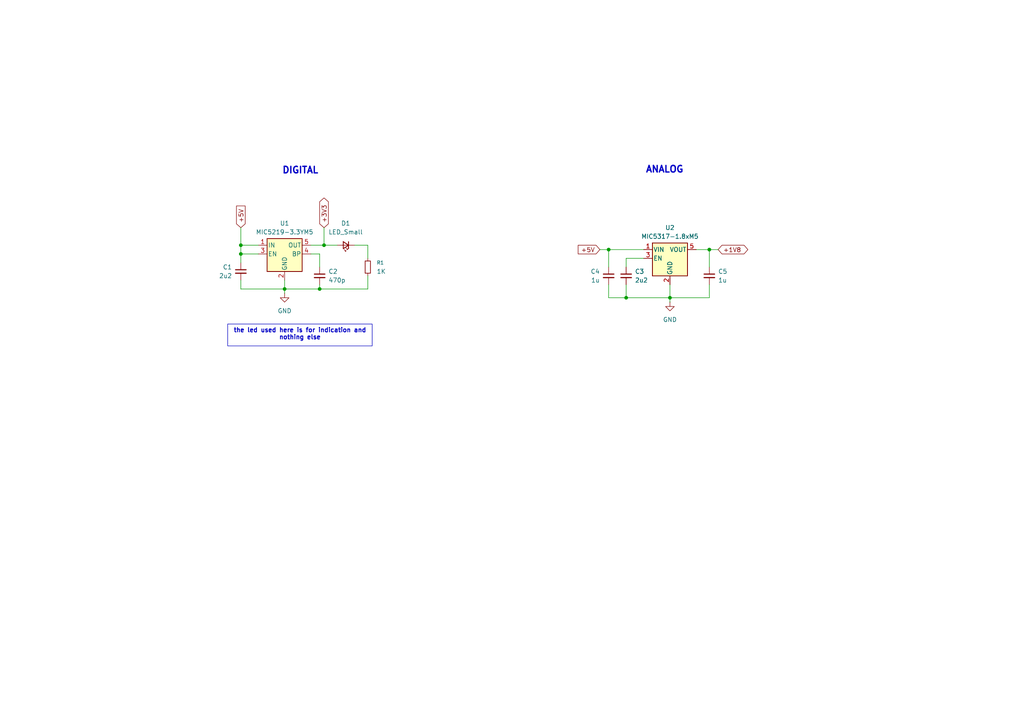
<source format=kicad_sch>
(kicad_sch
	(version 20250114)
	(generator "eeschema")
	(generator_version "9.0")
	(uuid "c12d951f-bdd1-4dca-acbb-3e229e9a59fa")
	(paper "A4")
	(lib_symbols
		(symbol "Device:C_Small"
			(pin_numbers
				(hide yes)
			)
			(pin_names
				(offset 0.254)
				(hide yes)
			)
			(exclude_from_sim no)
			(in_bom yes)
			(on_board yes)
			(property "Reference" "C"
				(at 0.254 1.778 0)
				(effects
					(font
						(size 1.27 1.27)
					)
					(justify left)
				)
			)
			(property "Value" "C_Small"
				(at 0.254 -2.032 0)
				(effects
					(font
						(size 1.27 1.27)
					)
					(justify left)
				)
			)
			(property "Footprint" ""
				(at 0 0 0)
				(effects
					(font
						(size 1.27 1.27)
					)
					(hide yes)
				)
			)
			(property "Datasheet" "~"
				(at 0 0 0)
				(effects
					(font
						(size 1.27 1.27)
					)
					(hide yes)
				)
			)
			(property "Description" "Unpolarized capacitor, small symbol"
				(at 0 0 0)
				(effects
					(font
						(size 1.27 1.27)
					)
					(hide yes)
				)
			)
			(property "ki_keywords" "capacitor cap"
				(at 0 0 0)
				(effects
					(font
						(size 1.27 1.27)
					)
					(hide yes)
				)
			)
			(property "ki_fp_filters" "C_*"
				(at 0 0 0)
				(effects
					(font
						(size 1.27 1.27)
					)
					(hide yes)
				)
			)
			(symbol "C_Small_0_1"
				(polyline
					(pts
						(xy -1.524 0.508) (xy 1.524 0.508)
					)
					(stroke
						(width 0.3048)
						(type default)
					)
					(fill
						(type none)
					)
				)
				(polyline
					(pts
						(xy -1.524 -0.508) (xy 1.524 -0.508)
					)
					(stroke
						(width 0.3302)
						(type default)
					)
					(fill
						(type none)
					)
				)
			)
			(symbol "C_Small_1_1"
				(pin passive line
					(at 0 2.54 270)
					(length 2.032)
					(name "~"
						(effects
							(font
								(size 1.27 1.27)
							)
						)
					)
					(number "1"
						(effects
							(font
								(size 1.27 1.27)
							)
						)
					)
				)
				(pin passive line
					(at 0 -2.54 90)
					(length 2.032)
					(name "~"
						(effects
							(font
								(size 1.27 1.27)
							)
						)
					)
					(number "2"
						(effects
							(font
								(size 1.27 1.27)
							)
						)
					)
				)
			)
			(embedded_fonts no)
		)
		(symbol "Device:LED_Small"
			(pin_numbers
				(hide yes)
			)
			(pin_names
				(offset 0.254)
				(hide yes)
			)
			(exclude_from_sim no)
			(in_bom yes)
			(on_board yes)
			(property "Reference" "D"
				(at -1.27 3.175 0)
				(effects
					(font
						(size 1.27 1.27)
					)
					(justify left)
				)
			)
			(property "Value" "LED_Small"
				(at -4.445 -2.54 0)
				(effects
					(font
						(size 1.27 1.27)
					)
					(justify left)
				)
			)
			(property "Footprint" ""
				(at 0 0 90)
				(effects
					(font
						(size 1.27 1.27)
					)
					(hide yes)
				)
			)
			(property "Datasheet" "~"
				(at 0 0 90)
				(effects
					(font
						(size 1.27 1.27)
					)
					(hide yes)
				)
			)
			(property "Description" "Light emitting diode, small symbol"
				(at 0 0 0)
				(effects
					(font
						(size 1.27 1.27)
					)
					(hide yes)
				)
			)
			(property "Sim.Pin" "1=K 2=A"
				(at 0 0 0)
				(effects
					(font
						(size 1.27 1.27)
					)
					(hide yes)
				)
			)
			(property "ki_keywords" "LED diode light-emitting-diode"
				(at 0 0 0)
				(effects
					(font
						(size 1.27 1.27)
					)
					(hide yes)
				)
			)
			(property "ki_fp_filters" "LED* LED_SMD:* LED_THT:*"
				(at 0 0 0)
				(effects
					(font
						(size 1.27 1.27)
					)
					(hide yes)
				)
			)
			(symbol "LED_Small_0_1"
				(polyline
					(pts
						(xy -0.762 -1.016) (xy -0.762 1.016)
					)
					(stroke
						(width 0.254)
						(type default)
					)
					(fill
						(type none)
					)
				)
				(polyline
					(pts
						(xy 0 0.762) (xy -0.508 1.27) (xy -0.254 1.27) (xy -0.508 1.27) (xy -0.508 1.016)
					)
					(stroke
						(width 0)
						(type default)
					)
					(fill
						(type none)
					)
				)
				(polyline
					(pts
						(xy 0.508 1.27) (xy 0 1.778) (xy 0.254 1.778) (xy 0 1.778) (xy 0 1.524)
					)
					(stroke
						(width 0)
						(type default)
					)
					(fill
						(type none)
					)
				)
				(polyline
					(pts
						(xy 0.762 -1.016) (xy -0.762 0) (xy 0.762 1.016) (xy 0.762 -1.016)
					)
					(stroke
						(width 0.254)
						(type default)
					)
					(fill
						(type none)
					)
				)
				(polyline
					(pts
						(xy 1.016 0) (xy -0.762 0)
					)
					(stroke
						(width 0)
						(type default)
					)
					(fill
						(type none)
					)
				)
			)
			(symbol "LED_Small_1_1"
				(pin passive line
					(at -2.54 0 0)
					(length 1.778)
					(name "K"
						(effects
							(font
								(size 1.27 1.27)
							)
						)
					)
					(number "1"
						(effects
							(font
								(size 1.27 1.27)
							)
						)
					)
				)
				(pin passive line
					(at 2.54 0 180)
					(length 1.778)
					(name "A"
						(effects
							(font
								(size 1.27 1.27)
							)
						)
					)
					(number "2"
						(effects
							(font
								(size 1.27 1.27)
							)
						)
					)
				)
			)
			(embedded_fonts no)
		)
		(symbol "Device:R_Small"
			(pin_numbers
				(hide yes)
			)
			(pin_names
				(offset 0.254)
				(hide yes)
			)
			(exclude_from_sim no)
			(in_bom yes)
			(on_board yes)
			(property "Reference" "R"
				(at 0 0 90)
				(effects
					(font
						(size 1.016 1.016)
					)
				)
			)
			(property "Value" "R_Small"
				(at 1.778 0 90)
				(effects
					(font
						(size 1.27 1.27)
					)
				)
			)
			(property "Footprint" ""
				(at 0 0 0)
				(effects
					(font
						(size 1.27 1.27)
					)
					(hide yes)
				)
			)
			(property "Datasheet" "~"
				(at 0 0 0)
				(effects
					(font
						(size 1.27 1.27)
					)
					(hide yes)
				)
			)
			(property "Description" "Resistor, small symbol"
				(at 0 0 0)
				(effects
					(font
						(size 1.27 1.27)
					)
					(hide yes)
				)
			)
			(property "ki_keywords" "R resistor"
				(at 0 0 0)
				(effects
					(font
						(size 1.27 1.27)
					)
					(hide yes)
				)
			)
			(property "ki_fp_filters" "R_*"
				(at 0 0 0)
				(effects
					(font
						(size 1.27 1.27)
					)
					(hide yes)
				)
			)
			(symbol "R_Small_0_1"
				(rectangle
					(start -0.762 1.778)
					(end 0.762 -1.778)
					(stroke
						(width 0.2032)
						(type default)
					)
					(fill
						(type none)
					)
				)
			)
			(symbol "R_Small_1_1"
				(pin passive line
					(at 0 2.54 270)
					(length 0.762)
					(name "~"
						(effects
							(font
								(size 1.27 1.27)
							)
						)
					)
					(number "1"
						(effects
							(font
								(size 1.27 1.27)
							)
						)
					)
				)
				(pin passive line
					(at 0 -2.54 90)
					(length 0.762)
					(name "~"
						(effects
							(font
								(size 1.27 1.27)
							)
						)
					)
					(number "2"
						(effects
							(font
								(size 1.27 1.27)
							)
						)
					)
				)
			)
			(embedded_fonts no)
		)
		(symbol "Regulator_Linear:MIC5219-3.3YM5"
			(pin_names
				(offset 0.254)
			)
			(exclude_from_sim no)
			(in_bom yes)
			(on_board yes)
			(property "Reference" "U"
				(at -3.81 5.715 0)
				(effects
					(font
						(size 1.27 1.27)
					)
				)
			)
			(property "Value" "MIC5219-3.3YM5"
				(at 0 5.715 0)
				(effects
					(font
						(size 1.27 1.27)
					)
					(justify left)
				)
			)
			(property "Footprint" "Package_TO_SOT_SMD:SOT-23-5"
				(at 0 8.255 0)
				(effects
					(font
						(size 1.27 1.27)
					)
					(hide yes)
				)
			)
			(property "Datasheet" "http://ww1.microchip.com/downloads/en/DeviceDoc/MIC5219-500mA-Peak-Output-LDO-Regulator-DS20006021A.pdf"
				(at 0 0 0)
				(effects
					(font
						(size 1.27 1.27)
					)
					(hide yes)
				)
			)
			(property "Description" "500mA low dropout linear regulator, fixed 3.3V output, SOT-23-5"
				(at 0 0 0)
				(effects
					(font
						(size 1.27 1.27)
					)
					(hide yes)
				)
			)
			(property "ki_keywords" "500mA ultra-low-noise LDO linear voltage regulator fixed positive"
				(at 0 0 0)
				(effects
					(font
						(size 1.27 1.27)
					)
					(hide yes)
				)
			)
			(property "ki_fp_filters" "SOT?23*"
				(at 0 0 0)
				(effects
					(font
						(size 1.27 1.27)
					)
					(hide yes)
				)
			)
			(symbol "MIC5219-3.3YM5_0_1"
				(rectangle
					(start -5.08 4.445)
					(end 5.08 -5.08)
					(stroke
						(width 0.254)
						(type default)
					)
					(fill
						(type background)
					)
				)
			)
			(symbol "MIC5219-3.3YM5_1_1"
				(pin power_in line
					(at -7.62 2.54 0)
					(length 2.54)
					(name "IN"
						(effects
							(font
								(size 1.27 1.27)
							)
						)
					)
					(number "1"
						(effects
							(font
								(size 1.27 1.27)
							)
						)
					)
				)
				(pin input line
					(at -7.62 0 0)
					(length 2.54)
					(name "EN"
						(effects
							(font
								(size 1.27 1.27)
							)
						)
					)
					(number "3"
						(effects
							(font
								(size 1.27 1.27)
							)
						)
					)
				)
				(pin power_in line
					(at 0 -7.62 90)
					(length 2.54)
					(name "GND"
						(effects
							(font
								(size 1.27 1.27)
							)
						)
					)
					(number "2"
						(effects
							(font
								(size 1.27 1.27)
							)
						)
					)
				)
				(pin power_out line
					(at 7.62 2.54 180)
					(length 2.54)
					(name "OUT"
						(effects
							(font
								(size 1.27 1.27)
							)
						)
					)
					(number "5"
						(effects
							(font
								(size 1.27 1.27)
							)
						)
					)
				)
				(pin input line
					(at 7.62 0 180)
					(length 2.54)
					(name "BP"
						(effects
							(font
								(size 1.27 1.27)
							)
						)
					)
					(number "4"
						(effects
							(font
								(size 1.27 1.27)
							)
						)
					)
				)
			)
			(embedded_fonts no)
		)
		(symbol "Regulator_Linear:MIC5317-1.8xM5"
			(pin_names
				(offset 0.254)
			)
			(exclude_from_sim no)
			(in_bom yes)
			(on_board yes)
			(property "Reference" "U"
				(at -6.35 6.35 0)
				(effects
					(font
						(size 1.27 1.27)
					)
				)
			)
			(property "Value" "MIC5317-1.8xM5"
				(at 0 6.35 0)
				(effects
					(font
						(size 1.27 1.27)
					)
					(justify left)
				)
			)
			(property "Footprint" "Package_TO_SOT_SMD:SOT-23-5"
				(at 0 8.89 0)
				(effects
					(font
						(size 1.27 1.27)
					)
					(hide yes)
				)
			)
			(property "Datasheet" "https://ww1.microchip.com/downloads/aemDocuments/documents/OTH/ProductDocuments/DataSheets/MIC5317-High-Performance-Single-150mA-LDO-DS20006195B.pdf"
				(at -7.62 20.32 0)
				(effects
					(font
						(size 1.27 1.27)
					)
					(hide yes)
				)
			)
			(property "Description" "150mA Low-dropout Voltage Regulator, Vout 1.8V, Vin up to 6V, SOT23-5"
				(at 0 0 0)
				(effects
					(font
						(size 1.27 1.27)
					)
					(hide yes)
				)
			)
			(property "ki_keywords" "LDO voltage regulator"
				(at 0 0 0)
				(effects
					(font
						(size 1.27 1.27)
					)
					(hide yes)
				)
			)
			(property "ki_fp_filters" "SOT?23*"
				(at 0 0 0)
				(effects
					(font
						(size 1.27 1.27)
					)
					(hide yes)
				)
			)
			(symbol "MIC5317-1.8xM5_0_1"
				(rectangle
					(start -5.08 4.445)
					(end 5.08 -5.08)
					(stroke
						(width 0.254)
						(type default)
					)
					(fill
						(type background)
					)
				)
			)
			(symbol "MIC5317-1.8xM5_1_1"
				(pin power_in line
					(at -7.62 2.54 0)
					(length 2.54)
					(name "VIN"
						(effects
							(font
								(size 1.27 1.27)
							)
						)
					)
					(number "1"
						(effects
							(font
								(size 1.27 1.27)
							)
						)
					)
				)
				(pin input line
					(at -7.62 0 0)
					(length 2.54)
					(name "EN"
						(effects
							(font
								(size 1.27 1.27)
							)
						)
					)
					(number "3"
						(effects
							(font
								(size 1.27 1.27)
							)
						)
					)
				)
				(pin power_in line
					(at 0 -7.62 90)
					(length 2.54)
					(name "GND"
						(effects
							(font
								(size 1.27 1.27)
							)
						)
					)
					(number "2"
						(effects
							(font
								(size 1.27 1.27)
							)
						)
					)
				)
				(pin no_connect line
					(at 5.08 0 180)
					(length 2.54)
					(hide yes)
					(name "NC"
						(effects
							(font
								(size 1.27 1.27)
							)
						)
					)
					(number "4"
						(effects
							(font
								(size 1.27 1.27)
							)
						)
					)
				)
				(pin power_out line
					(at 7.62 2.54 180)
					(length 2.54)
					(name "VOUT"
						(effects
							(font
								(size 1.27 1.27)
							)
						)
					)
					(number "5"
						(effects
							(font
								(size 1.27 1.27)
							)
						)
					)
				)
			)
			(embedded_fonts no)
		)
		(symbol "power:GND"
			(power)
			(pin_numbers
				(hide yes)
			)
			(pin_names
				(offset 0)
				(hide yes)
			)
			(exclude_from_sim no)
			(in_bom yes)
			(on_board yes)
			(property "Reference" "#PWR"
				(at 0 -6.35 0)
				(effects
					(font
						(size 1.27 1.27)
					)
					(hide yes)
				)
			)
			(property "Value" "GND"
				(at 0 -3.81 0)
				(effects
					(font
						(size 1.27 1.27)
					)
				)
			)
			(property "Footprint" ""
				(at 0 0 0)
				(effects
					(font
						(size 1.27 1.27)
					)
					(hide yes)
				)
			)
			(property "Datasheet" ""
				(at 0 0 0)
				(effects
					(font
						(size 1.27 1.27)
					)
					(hide yes)
				)
			)
			(property "Description" "Power symbol creates a global label with name \"GND\" , ground"
				(at 0 0 0)
				(effects
					(font
						(size 1.27 1.27)
					)
					(hide yes)
				)
			)
			(property "ki_keywords" "global power"
				(at 0 0 0)
				(effects
					(font
						(size 1.27 1.27)
					)
					(hide yes)
				)
			)
			(symbol "GND_0_1"
				(polyline
					(pts
						(xy 0 0) (xy 0 -1.27) (xy 1.27 -1.27) (xy 0 -2.54) (xy -1.27 -1.27) (xy 0 -1.27)
					)
					(stroke
						(width 0)
						(type default)
					)
					(fill
						(type none)
					)
				)
			)
			(symbol "GND_1_1"
				(pin power_in line
					(at 0 0 270)
					(length 0)
					(name "~"
						(effects
							(font
								(size 1.27 1.27)
							)
						)
					)
					(number "1"
						(effects
							(font
								(size 1.27 1.27)
							)
						)
					)
				)
			)
			(embedded_fonts no)
		)
	)
	(text "DIGITAL"
		(exclude_from_sim no)
		(at 87.122 49.53 0)
		(effects
			(font
				(size 1.905 1.905)
				(thickness 0.381)
				(bold yes)
			)
		)
		(uuid "6df9582c-f3fa-4209-99bb-d2f555a4643e")
	)
	(text "ANALOG"
		(exclude_from_sim no)
		(at 192.786 49.276 0)
		(effects
			(font
				(size 1.905 1.905)
				(thickness 0.381)
				(bold yes)
			)
		)
		(uuid "eb629487-55d9-474f-9529-2414e6947ee7")
	)
	(text_box "the led used here is for indication and nothing else"
		(exclude_from_sim no)
		(at 66.04 93.98 0)
		(size 41.91 6.35)
		(margins 0.9525 0.9525 0.9525 0.9525)
		(stroke
			(width 0)
			(type solid)
		)
		(fill
			(type none)
		)
		(effects
			(font
				(size 1.27 1.27)
				(thickness 0.254)
				(bold yes)
			)
			(justify top)
		)
		(uuid "1c089b27-72f0-4c1d-b114-3e7bea6d6dc4")
	)
	(junction
		(at 93.98 71.12)
		(diameter 0)
		(color 0 0 0 0)
		(uuid "0f6d4b03-01ff-4aeb-bcbc-284622063133")
	)
	(junction
		(at 194.31 86.36)
		(diameter 0)
		(color 0 0 0 0)
		(uuid "28b9e617-b015-4038-af5d-b8cb1da60b55")
	)
	(junction
		(at 176.53 72.39)
		(diameter 0)
		(color 0 0 0 0)
		(uuid "2d58b114-b91c-47e4-8b1c-d8814bda4ed3")
	)
	(junction
		(at 92.71 83.82)
		(diameter 0)
		(color 0 0 0 0)
		(uuid "45e38213-bc36-42e5-8138-6ce53eac5d58")
	)
	(junction
		(at 181.61 86.36)
		(diameter 0)
		(color 0 0 0 0)
		(uuid "9e564231-ba90-4aa4-99a6-aa7063c2747c")
	)
	(junction
		(at 82.55 83.82)
		(diameter 0)
		(color 0 0 0 0)
		(uuid "ca2e1ef0-f035-4b4f-9e92-11f5da64e26a")
	)
	(junction
		(at 69.85 73.66)
		(diameter 0)
		(color 0 0 0 0)
		(uuid "ce3dc2a8-20b0-4842-a12e-e217555d1bc4")
	)
	(junction
		(at 69.85 71.12)
		(diameter 0)
		(color 0 0 0 0)
		(uuid "d7675c5a-88e7-45c0-9d95-ce19911632b3")
	)
	(junction
		(at 205.74 72.39)
		(diameter 0)
		(color 0 0 0 0)
		(uuid "dbe3bbad-6c2b-4026-936b-17abc3e97f72")
	)
	(wire
		(pts
			(xy 93.98 71.12) (xy 93.98 66.04)
		)
		(stroke
			(width 0)
			(type default)
		)
		(uuid "0044cfa9-59b7-4e4e-8d78-61cbd07fa767")
	)
	(wire
		(pts
			(xy 69.85 66.04) (xy 69.85 71.12)
		)
		(stroke
			(width 0)
			(type default)
		)
		(uuid "061e9244-ff19-4ccb-9cf4-a39bde1de969")
	)
	(wire
		(pts
			(xy 102.87 71.12) (xy 106.68 71.12)
		)
		(stroke
			(width 0)
			(type default)
		)
		(uuid "0cfc2913-100c-4b1e-86a8-dcd47901bc47")
	)
	(wire
		(pts
			(xy 90.17 71.12) (xy 93.98 71.12)
		)
		(stroke
			(width 0)
			(type default)
		)
		(uuid "0d17137e-43b0-4603-9454-879c29b4ea0e")
	)
	(wire
		(pts
			(xy 176.53 86.36) (xy 181.61 86.36)
		)
		(stroke
			(width 0)
			(type default)
		)
		(uuid "197b3f17-9ce5-4df2-8fa6-a2a6950fe411")
	)
	(wire
		(pts
			(xy 176.53 82.55) (xy 176.53 86.36)
		)
		(stroke
			(width 0)
			(type default)
		)
		(uuid "1ad77f99-bfe7-4676-b0b6-61094cc6d34e")
	)
	(wire
		(pts
			(xy 69.85 73.66) (xy 69.85 76.2)
		)
		(stroke
			(width 0)
			(type default)
		)
		(uuid "1cd974e6-739b-41e6-8708-df8362215728")
	)
	(wire
		(pts
			(xy 69.85 81.28) (xy 69.85 83.82)
		)
		(stroke
			(width 0)
			(type default)
		)
		(uuid "1ff72528-05f0-4a19-8415-f3d2b3963db3")
	)
	(wire
		(pts
			(xy 92.71 82.55) (xy 92.71 83.82)
		)
		(stroke
			(width 0)
			(type default)
		)
		(uuid "23599281-6783-4ac3-a934-990a9272e45a")
	)
	(wire
		(pts
			(xy 201.93 72.39) (xy 205.74 72.39)
		)
		(stroke
			(width 0)
			(type default)
		)
		(uuid "28f128b8-044b-431d-96a0-ebb61a49c5dd")
	)
	(wire
		(pts
			(xy 106.68 80.01) (xy 106.68 83.82)
		)
		(stroke
			(width 0)
			(type default)
		)
		(uuid "5d45698b-6a16-4065-a2df-5f741f55f397")
	)
	(wire
		(pts
			(xy 205.74 86.36) (xy 194.31 86.36)
		)
		(stroke
			(width 0)
			(type default)
		)
		(uuid "5d6349cd-5269-450e-bdd3-21e93d3669ff")
	)
	(wire
		(pts
			(xy 92.71 83.82) (xy 82.55 83.82)
		)
		(stroke
			(width 0)
			(type default)
		)
		(uuid "6058558d-e4b3-4582-9d77-ccc2fb685a4e")
	)
	(wire
		(pts
			(xy 181.61 77.47) (xy 181.61 74.93)
		)
		(stroke
			(width 0)
			(type default)
		)
		(uuid "6745cd8a-d5a5-4ca9-b0c6-98604b087252")
	)
	(wire
		(pts
			(xy 181.61 74.93) (xy 186.69 74.93)
		)
		(stroke
			(width 0)
			(type default)
		)
		(uuid "676006b7-a4db-4103-9069-815c6170a33d")
	)
	(wire
		(pts
			(xy 173.99 72.39) (xy 176.53 72.39)
		)
		(stroke
			(width 0)
			(type default)
		)
		(uuid "68f6fad1-f334-4372-8f99-8aaa63d2a6c9")
	)
	(wire
		(pts
			(xy 176.53 72.39) (xy 186.69 72.39)
		)
		(stroke
			(width 0)
			(type default)
		)
		(uuid "835a8b95-f515-4170-befe-e1aa6ef00535")
	)
	(wire
		(pts
			(xy 92.71 77.47) (xy 92.71 73.66)
		)
		(stroke
			(width 0)
			(type default)
		)
		(uuid "8adfaa04-4824-467d-a912-acf2f081132f")
	)
	(wire
		(pts
			(xy 69.85 71.12) (xy 74.93 71.12)
		)
		(stroke
			(width 0)
			(type default)
		)
		(uuid "8c707da2-4d02-435e-913d-7b7814adf9dd")
	)
	(wire
		(pts
			(xy 82.55 83.82) (xy 82.55 81.28)
		)
		(stroke
			(width 0)
			(type default)
		)
		(uuid "a0a2b194-1bb8-454f-8f4f-41704c275004")
	)
	(wire
		(pts
			(xy 74.93 73.66) (xy 69.85 73.66)
		)
		(stroke
			(width 0)
			(type default)
		)
		(uuid "a8a27c5a-070b-497c-9137-7f2d8c5b8068")
	)
	(wire
		(pts
			(xy 205.74 72.39) (xy 205.74 77.47)
		)
		(stroke
			(width 0)
			(type default)
		)
		(uuid "acc8d22b-d971-473e-afe7-98cd095d4e4d")
	)
	(wire
		(pts
			(xy 194.31 82.55) (xy 194.31 86.36)
		)
		(stroke
			(width 0)
			(type default)
		)
		(uuid "b4df836a-57bd-4c79-ad7c-efdc3129917a")
	)
	(wire
		(pts
			(xy 181.61 82.55) (xy 181.61 86.36)
		)
		(stroke
			(width 0)
			(type default)
		)
		(uuid "b757aa12-20e7-4546-b491-1aeffc3a0545")
	)
	(wire
		(pts
			(xy 181.61 86.36) (xy 194.31 86.36)
		)
		(stroke
			(width 0)
			(type default)
		)
		(uuid "bdf5b6ea-bd0f-430a-942a-d108ac225400")
	)
	(wire
		(pts
			(xy 92.71 73.66) (xy 90.17 73.66)
		)
		(stroke
			(width 0)
			(type default)
		)
		(uuid "bf7f19d1-0cc0-424a-a22b-97a4a0d19fa2")
	)
	(wire
		(pts
			(xy 205.74 82.55) (xy 205.74 86.36)
		)
		(stroke
			(width 0)
			(type default)
		)
		(uuid "bfeff2dc-96c2-455c-bf17-d20c89da252b")
	)
	(wire
		(pts
			(xy 194.31 86.36) (xy 194.31 87.63)
		)
		(stroke
			(width 0)
			(type default)
		)
		(uuid "c44bcd08-4d74-4f49-999e-6d8d3d861baf")
	)
	(wire
		(pts
			(xy 69.85 83.82) (xy 82.55 83.82)
		)
		(stroke
			(width 0)
			(type default)
		)
		(uuid "d9047ef8-707a-4ad3-b474-6579991189e1")
	)
	(wire
		(pts
			(xy 176.53 77.47) (xy 176.53 72.39)
		)
		(stroke
			(width 0)
			(type default)
		)
		(uuid "df819010-ffc1-4725-a2bf-2c1e4945264e")
	)
	(wire
		(pts
			(xy 93.98 71.12) (xy 97.79 71.12)
		)
		(stroke
			(width 0)
			(type default)
		)
		(uuid "e1071bb0-fa53-47df-902c-f5cb6259623c")
	)
	(wire
		(pts
			(xy 69.85 73.66) (xy 69.85 71.12)
		)
		(stroke
			(width 0)
			(type default)
		)
		(uuid "e1a68270-b966-452b-9f6b-1ae09d916851")
	)
	(wire
		(pts
			(xy 82.55 85.09) (xy 82.55 83.82)
		)
		(stroke
			(width 0)
			(type default)
		)
		(uuid "ecac3a13-4a58-404c-a325-f4e8b41dae11")
	)
	(wire
		(pts
			(xy 106.68 71.12) (xy 106.68 74.93)
		)
		(stroke
			(width 0)
			(type default)
		)
		(uuid "f8aa093c-d4ad-424d-b60f-b78347b09220")
	)
	(wire
		(pts
			(xy 205.74 72.39) (xy 208.28 72.39)
		)
		(stroke
			(width 0)
			(type default)
		)
		(uuid "f9f0da5f-adf7-4dfd-ab89-cc2822321a75")
	)
	(wire
		(pts
			(xy 106.68 83.82) (xy 92.71 83.82)
		)
		(stroke
			(width 0)
			(type default)
		)
		(uuid "fd6b9373-4f0c-45c5-946a-c86fa15cf34d")
	)
	(global_label "+5V"
		(shape input)
		(at 173.99 72.39 180)
		(fields_autoplaced yes)
		(effects
			(font
				(size 1.27 1.27)
			)
			(justify right)
		)
		(uuid "0f234e96-aa88-44c8-8e2c-e0e19951db8e")
		(property "Intersheetrefs" "${INTERSHEET_REFS}"
			(at 167.1343 72.39 0)
			(effects
				(font
					(size 1.27 1.27)
				)
				(justify right)
				(hide yes)
			)
		)
	)
	(global_label "+5V"
		(shape input)
		(at 69.85 66.04 90)
		(fields_autoplaced yes)
		(effects
			(font
				(size 1.27 1.27)
			)
			(justify left)
		)
		(uuid "3c70421c-61e7-4600-ac7f-386f1b8a2519")
		(property "Intersheetrefs" "${INTERSHEET_REFS}"
			(at 69.85 59.1843 90)
			(effects
				(font
					(size 1.27 1.27)
				)
				(justify left)
				(hide yes)
			)
		)
	)
	(global_label "+1V8"
		(shape bidirectional)
		(at 208.28 72.39 0)
		(fields_autoplaced yes)
		(effects
			(font
				(size 1.27 1.27)
			)
			(justify left)
		)
		(uuid "845e65ff-c4b8-40f0-b450-bdaeda2a4696")
		(property "Intersheetrefs" "${INTERSHEET_REFS}"
			(at 217.4565 72.39 0)
			(effects
				(font
					(size 1.27 1.27)
				)
				(justify left)
				(hide yes)
			)
		)
	)
	(global_label "+3V3"
		(shape bidirectional)
		(at 93.98 66.04 90)
		(fields_autoplaced yes)
		(effects
			(font
				(size 1.27 1.27)
			)
			(justify left)
		)
		(uuid "f814384b-a6e0-4310-9779-6bb81a23035a")
		(property "Intersheetrefs" "${INTERSHEET_REFS}"
			(at 93.98 56.8635 90)
			(effects
				(font
					(size 1.27 1.27)
				)
				(justify left)
				(hide yes)
			)
		)
	)
	(symbol
		(lib_id "Device:C_Small")
		(at 176.53 80.01 0)
		(unit 1)
		(exclude_from_sim no)
		(in_bom yes)
		(on_board yes)
		(dnp no)
		(uuid "1552fe88-6b5d-4a10-a498-ca07bec16a30")
		(property "Reference" "C4"
			(at 173.99 78.7462 0)
			(effects
				(font
					(size 1.27 1.27)
				)
				(justify right)
			)
		)
		(property "Value" "1u"
			(at 173.99 81.2862 0)
			(effects
				(font
					(size 1.27 1.27)
				)
				(justify right)
			)
		)
		(property "Footprint" ""
			(at 176.53 80.01 0)
			(effects
				(font
					(size 1.27 1.27)
				)
				(hide yes)
			)
		)
		(property "Datasheet" "~"
			(at 176.53 80.01 0)
			(effects
				(font
					(size 1.27 1.27)
				)
				(hide yes)
			)
		)
		(property "Description" "Unpolarized capacitor, small symbol"
			(at 176.53 80.01 0)
			(effects
				(font
					(size 1.27 1.27)
				)
				(hide yes)
			)
		)
		(pin "1"
			(uuid "363bf578-33a1-45ed-8507-da76468b7309")
		)
		(pin "2"
			(uuid "3691d3d7-a511-42c9-949b-b78c7847bfa9")
		)
		(instances
			(project "p4"
				(path "/ca3b715b-947f-441f-84a9-b7e6148b87eb/4207d95a-a3ac-44aa-95ea-bcfb7652cf11"
					(reference "C4")
					(unit 1)
				)
			)
		)
	)
	(symbol
		(lib_id "Device:C_Small")
		(at 92.71 80.01 0)
		(mirror y)
		(unit 1)
		(exclude_from_sim no)
		(in_bom yes)
		(on_board yes)
		(dnp no)
		(uuid "296c7312-dcb2-4bed-861b-44ec7526a617")
		(property "Reference" "C2"
			(at 95.25 78.7462 0)
			(effects
				(font
					(size 1.27 1.27)
				)
				(justify right)
			)
		)
		(property "Value" "470p"
			(at 95.25 81.2862 0)
			(effects
				(font
					(size 1.27 1.27)
				)
				(justify right)
			)
		)
		(property "Footprint" ""
			(at 92.71 80.01 0)
			(effects
				(font
					(size 1.27 1.27)
				)
				(hide yes)
			)
		)
		(property "Datasheet" "~"
			(at 92.71 80.01 0)
			(effects
				(font
					(size 1.27 1.27)
				)
				(hide yes)
			)
		)
		(property "Description" "Unpolarized capacitor, small symbol"
			(at 92.71 80.01 0)
			(effects
				(font
					(size 1.27 1.27)
				)
				(hide yes)
			)
		)
		(pin "1"
			(uuid "fe1694c3-282b-4d2c-8844-1c7d353ce938")
		)
		(pin "2"
			(uuid "04a8135f-c740-4f9d-8e25-4374779380f7")
		)
		(instances
			(project "p4"
				(path "/ca3b715b-947f-441f-84a9-b7e6148b87eb/4207d95a-a3ac-44aa-95ea-bcfb7652cf11"
					(reference "C2")
					(unit 1)
				)
			)
		)
	)
	(symbol
		(lib_id "power:GND")
		(at 82.55 85.09 0)
		(unit 1)
		(exclude_from_sim no)
		(in_bom yes)
		(on_board yes)
		(dnp no)
		(fields_autoplaced yes)
		(uuid "44bc87b0-cebe-4d6c-b13f-417eb1f62d85")
		(property "Reference" "#PWR01"
			(at 82.55 91.44 0)
			(effects
				(font
					(size 1.27 1.27)
				)
				(hide yes)
			)
		)
		(property "Value" "GND"
			(at 82.55 90.17 0)
			(effects
				(font
					(size 1.27 1.27)
				)
			)
		)
		(property "Footprint" ""
			(at 82.55 85.09 0)
			(effects
				(font
					(size 1.27 1.27)
				)
				(hide yes)
			)
		)
		(property "Datasheet" ""
			(at 82.55 85.09 0)
			(effects
				(font
					(size 1.27 1.27)
				)
				(hide yes)
			)
		)
		(property "Description" "Power symbol creates a global label with name \"GND\" , ground"
			(at 82.55 85.09 0)
			(effects
				(font
					(size 1.27 1.27)
				)
				(hide yes)
			)
		)
		(pin "1"
			(uuid "15cae100-da21-4589-9e0b-3dd95c5ce220")
		)
		(instances
			(project "p4"
				(path "/ca3b715b-947f-441f-84a9-b7e6148b87eb/4207d95a-a3ac-44aa-95ea-bcfb7652cf11"
					(reference "#PWR01")
					(unit 1)
				)
			)
		)
	)
	(symbol
		(lib_id "power:GND")
		(at 194.31 87.63 0)
		(unit 1)
		(exclude_from_sim no)
		(in_bom yes)
		(on_board yes)
		(dnp no)
		(fields_autoplaced yes)
		(uuid "5ca317d8-28b9-4d14-9cb4-57b8cbaa7bcc")
		(property "Reference" "#PWR02"
			(at 194.31 93.98 0)
			(effects
				(font
					(size 1.27 1.27)
				)
				(hide yes)
			)
		)
		(property "Value" "GND"
			(at 194.31 92.71 0)
			(effects
				(font
					(size 1.27 1.27)
				)
			)
		)
		(property "Footprint" ""
			(at 194.31 87.63 0)
			(effects
				(font
					(size 1.27 1.27)
				)
				(hide yes)
			)
		)
		(property "Datasheet" ""
			(at 194.31 87.63 0)
			(effects
				(font
					(size 1.27 1.27)
				)
				(hide yes)
			)
		)
		(property "Description" "Power symbol creates a global label with name \"GND\" , ground"
			(at 194.31 87.63 0)
			(effects
				(font
					(size 1.27 1.27)
				)
				(hide yes)
			)
		)
		(pin "1"
			(uuid "0cefbd88-b949-4f99-88ab-d80d0567894a")
		)
		(instances
			(project "p4"
				(path "/ca3b715b-947f-441f-84a9-b7e6148b87eb/4207d95a-a3ac-44aa-95ea-bcfb7652cf11"
					(reference "#PWR02")
					(unit 1)
				)
			)
		)
	)
	(symbol
		(lib_id "Device:C_Small")
		(at 181.61 80.01 0)
		(mirror y)
		(unit 1)
		(exclude_from_sim no)
		(in_bom yes)
		(on_board yes)
		(dnp no)
		(uuid "60cad588-d706-4aae-b1bc-05c0d2f985cc")
		(property "Reference" "C3"
			(at 184.15 78.7462 0)
			(effects
				(font
					(size 1.27 1.27)
				)
				(justify right)
			)
		)
		(property "Value" "2u2"
			(at 184.15 81.2862 0)
			(effects
				(font
					(size 1.27 1.27)
				)
				(justify right)
			)
		)
		(property "Footprint" ""
			(at 181.61 80.01 0)
			(effects
				(font
					(size 1.27 1.27)
				)
				(hide yes)
			)
		)
		(property "Datasheet" "~"
			(at 181.61 80.01 0)
			(effects
				(font
					(size 1.27 1.27)
				)
				(hide yes)
			)
		)
		(property "Description" "Unpolarized capacitor, small symbol"
			(at 181.61 80.01 0)
			(effects
				(font
					(size 1.27 1.27)
				)
				(hide yes)
			)
		)
		(pin "1"
			(uuid "cc84b904-adca-42e3-b098-a42aea642092")
		)
		(pin "2"
			(uuid "6bbe623e-0629-40d7-98a8-5e5dc95237a3")
		)
		(instances
			(project "p4"
				(path "/ca3b715b-947f-441f-84a9-b7e6148b87eb/4207d95a-a3ac-44aa-95ea-bcfb7652cf11"
					(reference "C3")
					(unit 1)
				)
			)
		)
	)
	(symbol
		(lib_id "Regulator_Linear:MIC5219-3.3YM5")
		(at 82.55 73.66 0)
		(unit 1)
		(exclude_from_sim no)
		(in_bom yes)
		(on_board yes)
		(dnp no)
		(fields_autoplaced yes)
		(uuid "6ccbe0e1-05aa-46eb-92dc-fe183e5276d1")
		(property "Reference" "U1"
			(at 82.55 64.77 0)
			(effects
				(font
					(size 1.27 1.27)
				)
			)
		)
		(property "Value" "MIC5219-3.3YM5"
			(at 82.55 67.31 0)
			(effects
				(font
					(size 1.27 1.27)
				)
			)
		)
		(property "Footprint" "Package_TO_SOT_SMD:SOT-23-5"
			(at 82.55 65.405 0)
			(effects
				(font
					(size 1.27 1.27)
				)
				(hide yes)
			)
		)
		(property "Datasheet" "http://ww1.microchip.com/downloads/en/DeviceDoc/MIC5219-500mA-Peak-Output-LDO-Regulator-DS20006021A.pdf"
			(at 82.55 73.66 0)
			(effects
				(font
					(size 1.27 1.27)
				)
				(hide yes)
			)
		)
		(property "Description" "500mA low dropout linear regulator, fixed 3.3V output, SOT-23-5"
			(at 82.55 73.66 0)
			(effects
				(font
					(size 1.27 1.27)
				)
				(hide yes)
			)
		)
		(pin "4"
			(uuid "0c5860fd-cc77-4266-9366-eaa37e3d2489")
		)
		(pin "2"
			(uuid "1207269c-cfe2-4330-b9d8-c0be15eb26f5")
		)
		(pin "3"
			(uuid "64f67cef-5325-41db-881a-f313f2ba70cc")
		)
		(pin "1"
			(uuid "dffae248-d01b-4c9c-b45d-758c06214e6e")
		)
		(pin "5"
			(uuid "8b1d6223-85e9-40fc-87ce-e0c7da10a647")
		)
		(instances
			(project "p4"
				(path "/ca3b715b-947f-441f-84a9-b7e6148b87eb/4207d95a-a3ac-44aa-95ea-bcfb7652cf11"
					(reference "U1")
					(unit 1)
				)
			)
		)
	)
	(symbol
		(lib_id "Device:LED_Small")
		(at 100.33 71.12 180)
		(unit 1)
		(exclude_from_sim no)
		(in_bom yes)
		(on_board yes)
		(dnp no)
		(fields_autoplaced yes)
		(uuid "949eeea7-c5c0-4e87-ad30-6a3ef005f1d1")
		(property "Reference" "D1"
			(at 100.2665 64.77 0)
			(effects
				(font
					(size 1.27 1.27)
				)
			)
		)
		(property "Value" "LED_Small"
			(at 100.2665 67.31 0)
			(effects
				(font
					(size 1.27 1.27)
				)
			)
		)
		(property "Footprint" ""
			(at 100.33 71.12 90)
			(effects
				(font
					(size 1.27 1.27)
				)
				(hide yes)
			)
		)
		(property "Datasheet" "~"
			(at 100.33 71.12 90)
			(effects
				(font
					(size 1.27 1.27)
				)
				(hide yes)
			)
		)
		(property "Description" "Light emitting diode, small symbol"
			(at 100.33 71.12 0)
			(effects
				(font
					(size 1.27 1.27)
				)
				(hide yes)
			)
		)
		(property "Sim.Pin" "1=K 2=A"
			(at 100.33 71.12 0)
			(effects
				(font
					(size 1.27 1.27)
				)
				(hide yes)
			)
		)
		(pin "1"
			(uuid "b7a45ee8-9fa4-4c77-a5ea-ad5b05dbb275")
		)
		(pin "2"
			(uuid "23aa5c67-2b4c-4b68-ac01-faff87a555d4")
		)
		(instances
			(project "p4"
				(path "/ca3b715b-947f-441f-84a9-b7e6148b87eb/4207d95a-a3ac-44aa-95ea-bcfb7652cf11"
					(reference "D1")
					(unit 1)
				)
			)
		)
	)
	(symbol
		(lib_id "Regulator_Linear:MIC5317-1.8xM5")
		(at 194.31 74.93 0)
		(unit 1)
		(exclude_from_sim no)
		(in_bom yes)
		(on_board yes)
		(dnp no)
		(fields_autoplaced yes)
		(uuid "98cff111-fe67-4687-b373-6bb2f16b336c")
		(property "Reference" "U2"
			(at 194.31 66.04 0)
			(effects
				(font
					(size 1.27 1.27)
				)
			)
		)
		(property "Value" "MIC5317-1.8xM5"
			(at 194.31 68.58 0)
			(effects
				(font
					(size 1.27 1.27)
				)
			)
		)
		(property "Footprint" "Package_TO_SOT_SMD:SOT-23-5"
			(at 194.31 66.04 0)
			(effects
				(font
					(size 1.27 1.27)
				)
				(hide yes)
			)
		)
		(property "Datasheet" "https://ww1.microchip.com/downloads/aemDocuments/documents/OTH/ProductDocuments/DataSheets/MIC5317-High-Performance-Single-150mA-LDO-DS20006195B.pdf"
			(at 186.69 54.61 0)
			(effects
				(font
					(size 1.27 1.27)
				)
				(hide yes)
			)
		)
		(property "Description" "150mA Low-dropout Voltage Regulator, Vout 1.8V, Vin up to 6V, SOT23-5"
			(at 194.31 74.93 0)
			(effects
				(font
					(size 1.27 1.27)
				)
				(hide yes)
			)
		)
		(pin "5"
			(uuid "7cab503b-1110-40d8-8944-eab0e284312d")
		)
		(pin "3"
			(uuid "e0333a76-eb64-425e-978a-44afde37bd73")
		)
		(pin "2"
			(uuid "ebc9d2fb-d82c-44b0-9943-5d64ba45abe6")
		)
		(pin "1"
			(uuid "e9fc35b8-f2a9-496f-999b-c07b1638a88e")
		)
		(pin "4"
			(uuid "c91a80bd-6c6a-44fb-b0fe-cb4341585d10")
		)
		(instances
			(project "p4"
				(path "/ca3b715b-947f-441f-84a9-b7e6148b87eb/4207d95a-a3ac-44aa-95ea-bcfb7652cf11"
					(reference "U2")
					(unit 1)
				)
			)
		)
	)
	(symbol
		(lib_id "Device:C_Small")
		(at 69.85 78.74 0)
		(unit 1)
		(exclude_from_sim no)
		(in_bom yes)
		(on_board yes)
		(dnp no)
		(uuid "bd3d428c-1071-4055-8c74-9635cbf35bfc")
		(property "Reference" "C1"
			(at 67.31 77.4762 0)
			(effects
				(font
					(size 1.27 1.27)
				)
				(justify right)
			)
		)
		(property "Value" "2u2"
			(at 67.31 80.0162 0)
			(effects
				(font
					(size 1.27 1.27)
				)
				(justify right)
			)
		)
		(property "Footprint" ""
			(at 69.85 78.74 0)
			(effects
				(font
					(size 1.27 1.27)
				)
				(hide yes)
			)
		)
		(property "Datasheet" "~"
			(at 69.85 78.74 0)
			(effects
				(font
					(size 1.27 1.27)
				)
				(hide yes)
			)
		)
		(property "Description" "Unpolarized capacitor, small symbol"
			(at 69.85 78.74 0)
			(effects
				(font
					(size 1.27 1.27)
				)
				(hide yes)
			)
		)
		(pin "1"
			(uuid "cef1f6a4-50b1-4c7c-bfd5-f0ff6769d291")
		)
		(pin "2"
			(uuid "d56a1649-7a80-4d89-af73-2181b1e5fd76")
		)
		(instances
			(project "p4"
				(path "/ca3b715b-947f-441f-84a9-b7e6148b87eb/4207d95a-a3ac-44aa-95ea-bcfb7652cf11"
					(reference "C1")
					(unit 1)
				)
			)
		)
	)
	(symbol
		(lib_id "Device:R_Small")
		(at 106.68 77.47 0)
		(unit 1)
		(exclude_from_sim no)
		(in_bom yes)
		(on_board yes)
		(dnp no)
		(fields_autoplaced yes)
		(uuid "e9a6ce02-b889-4804-9418-5baf0f30a323")
		(property "Reference" "R1"
			(at 109.22 76.1999 0)
			(effects
				(font
					(size 1.016 1.016)
				)
				(justify left)
			)
		)
		(property "Value" "1K"
			(at 109.22 78.7399 0)
			(effects
				(font
					(size 1.27 1.27)
				)
				(justify left)
			)
		)
		(property "Footprint" ""
			(at 106.68 77.47 0)
			(effects
				(font
					(size 1.27 1.27)
				)
				(hide yes)
			)
		)
		(property "Datasheet" "~"
			(at 106.68 77.47 0)
			(effects
				(font
					(size 1.27 1.27)
				)
				(hide yes)
			)
		)
		(property "Description" "Resistor, small symbol"
			(at 106.68 77.47 0)
			(effects
				(font
					(size 1.27 1.27)
				)
				(hide yes)
			)
		)
		(pin "1"
			(uuid "c060ad2a-a534-4640-8979-8ccb24ef5591")
		)
		(pin "2"
			(uuid "6035efd5-aad1-4801-9750-568803fdbc4b")
		)
		(instances
			(project "p4"
				(path "/ca3b715b-947f-441f-84a9-b7e6148b87eb/4207d95a-a3ac-44aa-95ea-bcfb7652cf11"
					(reference "R1")
					(unit 1)
				)
			)
		)
	)
	(symbol
		(lib_id "Device:C_Small")
		(at 205.74 80.01 0)
		(mirror y)
		(unit 1)
		(exclude_from_sim no)
		(in_bom yes)
		(on_board yes)
		(dnp no)
		(uuid "fa5d85a6-cfad-4502-8e52-dbaf20d57aa4")
		(property "Reference" "C5"
			(at 208.28 78.7462 0)
			(effects
				(font
					(size 1.27 1.27)
				)
				(justify right)
			)
		)
		(property "Value" "1u"
			(at 208.28 81.2862 0)
			(effects
				(font
					(size 1.27 1.27)
				)
				(justify right)
			)
		)
		(property "Footprint" ""
			(at 205.74 80.01 0)
			(effects
				(font
					(size 1.27 1.27)
				)
				(hide yes)
			)
		)
		(property "Datasheet" "~"
			(at 205.74 80.01 0)
			(effects
				(font
					(size 1.27 1.27)
				)
				(hide yes)
			)
		)
		(property "Description" "Unpolarized capacitor, small symbol"
			(at 205.74 80.01 0)
			(effects
				(font
					(size 1.27 1.27)
				)
				(hide yes)
			)
		)
		(pin "1"
			(uuid "24f8afe7-0bff-4d53-b96b-b26869f54202")
		)
		(pin "2"
			(uuid "8b60a8da-6cec-4f3d-adfa-02d675b39b6e")
		)
		(instances
			(project "p4"
				(path "/ca3b715b-947f-441f-84a9-b7e6148b87eb/4207d95a-a3ac-44aa-95ea-bcfb7652cf11"
					(reference "C5")
					(unit 1)
				)
			)
		)
	)
)

</source>
